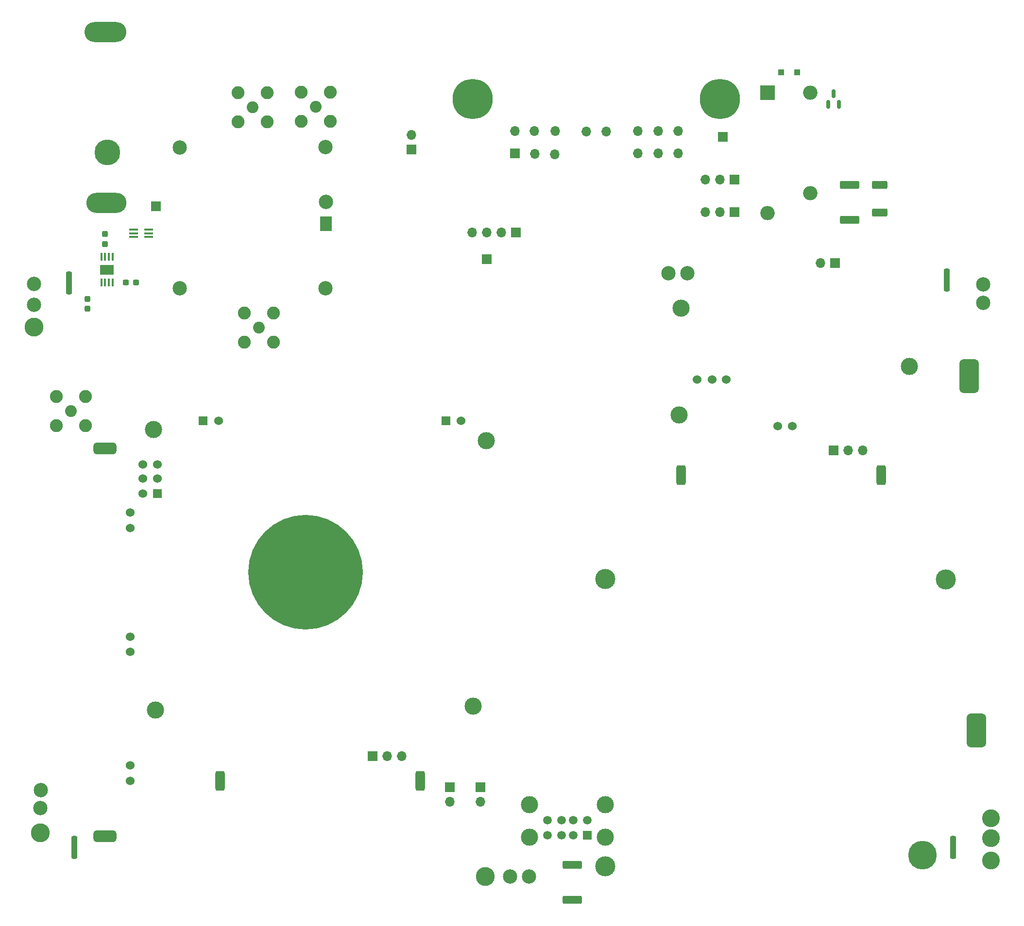
<source format=gts>
G04 #@! TF.GenerationSoftware,KiCad,Pcbnew,(6.0.1)*
G04 #@! TF.CreationDate,2022-06-09T14:04:08-07:00*
G04 #@! TF.ProjectId,Motherboard_edgeCutsVer,4d6f7468-6572-4626-9f61-72645f656467,rev?*
G04 #@! TF.SameCoordinates,Original*
G04 #@! TF.FileFunction,Soldermask,Top*
G04 #@! TF.FilePolarity,Negative*
%FSLAX46Y46*%
G04 Gerber Fmt 4.6, Leading zero omitted, Abs format (unit mm)*
G04 Created by KiCad (PCBNEW (6.0.1)) date 2022-06-09 14:04:08*
%MOMM*%
%LPD*%
G01*
G04 APERTURE LIST*
G04 Aperture macros list*
%AMRoundRect*
0 Rectangle with rounded corners*
0 $1 Rounding radius*
0 $2 $3 $4 $5 $6 $7 $8 $9 X,Y pos of 4 corners*
0 Add a 4 corners polygon primitive as box body*
4,1,4,$2,$3,$4,$5,$6,$7,$8,$9,$2,$3,0*
0 Add four circle primitives for the rounded corners*
1,1,$1+$1,$2,$3*
1,1,$1+$1,$4,$5*
1,1,$1+$1,$6,$7*
1,1,$1+$1,$8,$9*
0 Add four rect primitives between the rounded corners*
20,1,$1+$1,$2,$3,$4,$5,0*
20,1,$1+$1,$4,$5,$6,$7,0*
20,1,$1+$1,$6,$7,$8,$9,0*
20,1,$1+$1,$8,$9,$2,$3,0*%
G04 Aperture macros list end*
%ADD10R,1.700000X1.700000*%
%ADD11C,2.050000*%
%ADD12C,2.250000*%
%ADD13R,2.500000X2.500000*%
%ADD14O,2.500000X2.500000*%
%ADD15RoundRect,0.237500X-0.300000X-0.237500X0.300000X-0.237500X0.300000X0.237500X-0.300000X0.237500X0*%
%ADD16O,1.700000X1.700000*%
%ADD17C,5.000000*%
%ADD18RoundRect,0.500000X1.500000X-0.500000X1.500000X0.500000X-1.500000X0.500000X-1.500000X-0.500000X0*%
%ADD19C,1.524000*%
%ADD20C,3.300000*%
%ADD21C,2.500000*%
%ADD22RoundRect,0.850000X-0.850000X-2.150000X0.850000X-2.150000X0.850000X2.150000X-0.850000X2.150000X0*%
%ADD23O,7.000000X3.500000*%
%ADD24O,7.300000X3.500000*%
%ADD25C,4.500000*%
%ADD26RoundRect,0.415500X0.415500X-1.315500X0.415500X1.315500X-0.415500X1.315500X-0.415500X-1.315500X0*%
%ADD27RoundRect,0.850000X0.850000X2.150000X-0.850000X2.150000X-0.850000X-2.150000X0.850000X-2.150000X0*%
%ADD28C,3.100000*%
%ADD29C,3.000000*%
%ADD30RoundRect,0.250000X-0.250000X-1.750000X0.250000X-1.750000X0.250000X1.750000X-0.250000X1.750000X0*%
%ADD31C,20.000000*%
%ADD32R,1.524000X1.524000*%
%ADD33RoundRect,0.237500X-0.237500X0.300000X-0.237500X-0.300000X0.237500X-0.300000X0.237500X0.300000X0*%
%ADD34R,1.500000X1.500000*%
%ADD35C,1.500000*%
%ADD36C,3.500000*%
%ADD37RoundRect,0.249999X1.425001X-0.450001X1.425001X0.450001X-1.425001X0.450001X-1.425001X-0.450001X0*%
%ADD38C,7.000000*%
%ADD39R,1.100000X1.100000*%
%ADD40RoundRect,0.249999X1.075001X-0.450001X1.075001X0.450001X-1.075001X0.450001X-1.075001X-0.450001X0*%
%ADD41R,0.431800X1.346200*%
%ADD42R,2.413000X1.778000*%
%ADD43R,1.500000X0.400000*%
%ADD44R,2.000000X2.500000*%
%ADD45RoundRect,0.150000X0.150000X-0.587500X0.150000X0.587500X-0.150000X0.587500X-0.150000X-0.587500X0*%
G04 APERTURE END LIST*
D10*
X206800000Y-92600000D03*
D11*
X177000000Y-66000000D03*
D12*
X174460000Y-63460000D03*
X179540000Y-63460000D03*
X179540000Y-68540000D03*
X174460000Y-68540000D03*
D13*
X255742500Y-63592500D03*
D14*
X255742500Y-84592500D03*
X263242500Y-81092500D03*
X263242500Y-63592500D03*
D15*
X143937500Y-96663454D03*
X145662500Y-96663454D03*
D10*
X267500000Y-93300000D03*
D16*
X264960000Y-93300000D03*
D17*
X282800000Y-196600000D03*
D18*
X140300000Y-125650000D03*
X140300000Y-193250000D03*
D19*
X144650000Y-161150000D03*
X144650000Y-158450000D03*
X144700000Y-183650000D03*
X144700000Y-180950000D03*
X144650000Y-136850000D03*
X144650000Y-139550000D03*
D20*
X127895000Y-104442500D03*
D21*
X127895000Y-100542500D03*
X127895000Y-96942500D03*
X238495000Y-95042500D03*
X241795000Y-95056448D03*
X293395000Y-97042500D03*
X293395000Y-100242500D03*
D22*
X290895000Y-113042500D03*
D23*
X140567500Y-82800000D03*
D24*
X140367500Y-53000000D03*
D25*
X140667500Y-74000000D03*
D11*
X134366000Y-119126000D03*
D12*
X131826000Y-116586000D03*
X136906000Y-116586000D03*
X131826000Y-121666000D03*
X136906000Y-121666000D03*
D10*
X267320000Y-126000000D03*
D16*
X269860000Y-126000000D03*
X272400000Y-126000000D03*
D26*
X240700000Y-130300000D03*
X275600000Y-130300000D03*
D10*
X205725000Y-184750000D03*
D16*
X205725000Y-187290000D03*
D10*
X250000000Y-78750000D03*
D16*
X247460000Y-78750000D03*
X244920000Y-78750000D03*
D27*
X292200000Y-174850000D03*
D28*
X294700000Y-190150000D03*
X294700000Y-193650000D03*
X294700000Y-197550000D03*
D21*
X214204026Y-200350000D03*
X210900000Y-200350000D03*
D20*
X206600000Y-200350000D03*
X129000000Y-192650000D03*
D21*
X129000000Y-188350000D03*
X129100000Y-185250000D03*
D29*
X240400000Y-119825000D03*
X240700000Y-101125000D03*
X280500000Y-111325000D03*
D19*
X248600000Y-113625000D03*
X246100000Y-113625000D03*
X260050000Y-121775000D03*
X243500000Y-113625000D03*
X257550000Y-121775000D03*
D30*
X288100000Y-195200000D03*
D29*
X206755000Y-124305000D03*
X148755000Y-122305000D03*
X149055000Y-171305000D03*
D31*
X175255000Y-147205000D03*
D29*
X204455000Y-170605000D03*
D19*
X146855000Y-133505000D03*
X146855000Y-130905000D03*
X146855000Y-128405000D03*
X149455000Y-130905000D03*
D32*
X149455000Y-133505000D03*
D19*
X149455000Y-128405000D03*
X160055000Y-120805000D03*
D32*
X157355000Y-120805000D03*
D19*
X202315000Y-120805000D03*
D32*
X199755000Y-120805000D03*
D10*
X248000000Y-71250000D03*
D33*
X140300000Y-88237500D03*
X140300000Y-89962500D03*
D34*
X224380000Y-193100000D03*
D35*
X221880000Y-193100000D03*
X219880000Y-193100000D03*
X217380000Y-193100000D03*
X224380000Y-190480000D03*
X221880000Y-190480000D03*
X219880000Y-190480000D03*
X217380000Y-190480000D03*
D29*
X214310000Y-187770000D03*
X214310000Y-193450000D03*
X227450000Y-193450000D03*
X227450000Y-187770000D03*
D10*
X149200000Y-83400000D03*
D36*
X286800000Y-148500000D03*
D37*
X270100000Y-85750000D03*
X270100000Y-79650000D03*
D10*
X211700000Y-74167500D03*
D16*
X215250000Y-74237500D03*
X218700000Y-74337500D03*
X233200000Y-74137500D03*
X236700000Y-74137500D03*
X240200000Y-74187500D03*
X211700000Y-70287500D03*
X215150000Y-70287500D03*
X218750000Y-70287500D03*
X224200000Y-70337500D03*
X227700000Y-70387500D03*
X233200000Y-70237500D03*
X236700000Y-70237500D03*
X240200000Y-70237500D03*
D38*
X247450000Y-64637500D03*
X204400000Y-64687500D03*
D30*
X134950000Y-195200000D03*
D10*
X200425000Y-184750000D03*
D16*
X200425000Y-187290000D03*
D33*
X137200000Y-99537500D03*
X137200000Y-101262500D03*
D37*
X221710000Y-204400000D03*
X221710000Y-198300000D03*
D39*
X260900000Y-60000000D03*
X258100000Y-60000000D03*
D10*
X186970000Y-179320000D03*
D16*
X189510000Y-179320000D03*
X192050000Y-179320000D03*
D26*
X195250000Y-183620000D03*
X160350000Y-183620000D03*
D10*
X250000000Y-84400000D03*
D16*
X247460000Y-84400000D03*
X244920000Y-84400000D03*
D40*
X275300000Y-84500000D03*
X275300000Y-79700000D03*
D41*
X141622860Y-92214050D03*
X140972620Y-92214050D03*
X140322380Y-92214050D03*
X139672140Y-92214050D03*
X139672140Y-96659050D03*
X140322380Y-96659050D03*
X140972620Y-96659050D03*
X141622860Y-96659050D03*
D42*
X140647500Y-94436550D03*
D30*
X287000000Y-96250000D03*
D10*
X211900000Y-88000000D03*
D16*
X209360000Y-88000000D03*
X206820000Y-88000000D03*
X204280000Y-88000000D03*
D43*
X147930000Y-88750000D03*
X147930000Y-88100000D03*
X147930000Y-87450000D03*
X145270000Y-87450000D03*
X145270000Y-88100000D03*
X145270000Y-88750000D03*
D30*
X134050000Y-96750000D03*
D10*
X193675000Y-73450000D03*
D16*
X193675000Y-70910000D03*
D36*
X227500000Y-148400000D03*
D21*
X178732000Y-97729000D03*
X153332000Y-73129000D03*
X178732000Y-73029000D03*
X153332000Y-97729000D03*
D44*
X178832000Y-86429000D03*
D21*
X178832000Y-82629000D03*
D11*
X166032000Y-66129000D03*
D12*
X163492000Y-68669000D03*
X163492000Y-63589000D03*
X168572000Y-63589000D03*
X168572000Y-68669000D03*
D11*
X167132000Y-104559000D03*
D12*
X169672000Y-102019000D03*
X169672000Y-107099000D03*
X164592000Y-102019000D03*
X164592000Y-107099000D03*
D36*
X227500000Y-198500000D03*
D45*
X267300000Y-63762500D03*
X266350000Y-65637500D03*
X268250000Y-65637500D03*
M02*

</source>
